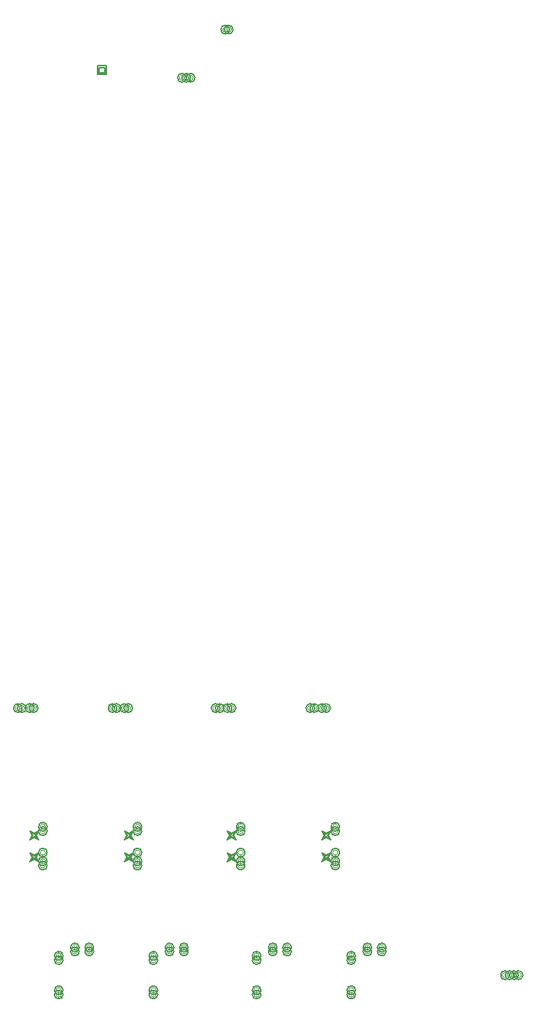
<source format=gbr>
%TF.GenerationSoftware,Altium Limited,Altium Designer,22.5.1 (42)*%
G04 Layer_Color=2752767*
%FSLAX26Y26*%
%MOIN*%
%TF.SameCoordinates,79F18A81-A5BF-4171-AD75-6FA3A7A6B408*%
%TF.FilePolarity,Positive*%
%TF.FileFunction,Drawing*%
%TF.Part,Single*%
G01*
G75*
%TA.AperFunction,NonConductor*%
%ADD174C,0.005000*%
%ADD175C,0.006667*%
%ADD176C,0.004000*%
D174*
X7737874Y4694567D02*
X7747874Y4714567D01*
X7737874Y4734567D01*
X7757874Y4724567D01*
X7777874Y4734567D01*
X7767874Y4714567D01*
X7777874Y4694567D01*
X7757874Y4704567D01*
X7737874Y4694567D01*
X7745874Y4702567D02*
X7751874Y4714567D01*
X7745874Y4726567D01*
X7757874Y4720567D01*
X7769874Y4726567D01*
X7763874Y4714567D01*
X7769874Y4702567D01*
X7757874Y4708567D01*
X7745874Y4702567D01*
X7737874Y4792992D02*
X7747874Y4812992D01*
X7737874Y4832992D01*
X7757874Y4822992D01*
X7777874Y4832992D01*
X7767874Y4812992D01*
X7777874Y4792992D01*
X7757874Y4802992D01*
X7737874Y4792992D01*
X7745874Y4800992D02*
X7751874Y4812992D01*
X7745874Y4824992D01*
X7757874Y4818992D01*
X7769874Y4824992D01*
X7763874Y4812992D01*
X7769874Y4800992D01*
X7757874Y4806992D01*
X7745874Y4800992D01*
X7304803Y4694567D02*
X7314803Y4714567D01*
X7304803Y4734567D01*
X7324803Y4724567D01*
X7344803Y4734567D01*
X7334803Y4714567D01*
X7344803Y4694567D01*
X7324803Y4704567D01*
X7304803Y4694567D01*
X7312803Y4702567D02*
X7318803Y4714567D01*
X7312803Y4726567D01*
X7324803Y4720567D01*
X7336803Y4726567D01*
X7330803Y4714567D01*
X7336803Y4702567D01*
X7324803Y4708567D01*
X7312803Y4702567D01*
X7304803Y4792992D02*
X7314803Y4812992D01*
X7304803Y4832992D01*
X7324803Y4822992D01*
X7344803Y4832992D01*
X7334803Y4812992D01*
X7344803Y4792992D01*
X7324803Y4802992D01*
X7304803Y4792992D01*
X7312803Y4800992D02*
X7318803Y4812992D01*
X7312803Y4824992D01*
X7324803Y4818992D01*
X7336803Y4824992D01*
X7330803Y4812992D01*
X7336803Y4800992D01*
X7324803Y4806992D01*
X7312803Y4800992D01*
X8210315Y4694567D02*
X8220315Y4714567D01*
X8210315Y4734567D01*
X8230315Y4724567D01*
X8250315Y4734567D01*
X8240315Y4714567D01*
X8250315Y4694567D01*
X8230315Y4704567D01*
X8210315Y4694567D01*
X8218315Y4702567D02*
X8224315Y4714567D01*
X8218315Y4726567D01*
X8230315Y4720567D01*
X8242315Y4726567D01*
X8236315Y4714567D01*
X8242315Y4702567D01*
X8230315Y4708567D01*
X8218315Y4702567D01*
X8210315Y4792992D02*
X8220315Y4812992D01*
X8210315Y4832992D01*
X8230315Y4822992D01*
X8250315Y4832992D01*
X8240315Y4812992D01*
X8250315Y4792992D01*
X8230315Y4802992D01*
X8210315Y4792992D01*
X8218315Y4800992D02*
X8224315Y4812992D01*
X8218315Y4824992D01*
X8230315Y4818992D01*
X8242315Y4824992D01*
X8236315Y4812992D01*
X8242315Y4800992D01*
X8230315Y4806992D01*
X8218315Y4800992D01*
X8643386Y4792992D02*
X8653386Y4812992D01*
X8643386Y4832992D01*
X8663386Y4822992D01*
X8683386Y4832992D01*
X8673386Y4812992D01*
X8683386Y4792992D01*
X8663386Y4802992D01*
X8643386Y4792992D01*
X8651386Y4800992D02*
X8657386Y4812992D01*
X8651386Y4824992D01*
X8663386Y4818992D01*
X8675386Y4824992D01*
X8669386Y4812992D01*
X8675386Y4800992D01*
X8663386Y4806992D01*
X8651386Y4800992D01*
X8643386Y4694567D02*
X8653386Y4714567D01*
X8643386Y4734567D01*
X8663386Y4724567D01*
X8683386Y4734567D01*
X8673386Y4714567D01*
X8683386Y4694567D01*
X8663386Y4704567D01*
X8643386Y4694567D01*
X8651386Y4702567D02*
X8657386Y4714567D01*
X8651386Y4726567D01*
X8663386Y4720567D01*
X8675386Y4726567D01*
X8669386Y4714567D01*
X8675386Y4702567D01*
X8663386Y4708567D01*
X8651386Y4702567D01*
X7615827Y8294961D02*
Y8334961D01*
X7655827D01*
Y8294961D01*
X7615827D01*
X7623827Y8302961D02*
Y8326961D01*
X7647827D01*
Y8302961D01*
X7623827D01*
D175*
X9562323Y4173228D02*
G03*
X9562323Y4173228I-20000J0D01*
G01*
X9520984D02*
G03*
X9520984Y4173228I-20000J0D01*
G01*
X9541654D02*
G03*
X9541654Y4173228I-20000J0D01*
G01*
X9500315D02*
G03*
X9500315Y4173228I-20000J0D01*
G01*
X8723740Y4734252D02*
G03*
X8723740Y4734252I-20000J0D01*
G01*
X8290669D02*
G03*
X8290669Y4734252I-20000J0D01*
G01*
X7818228D02*
G03*
X7818228Y4734252I-20000J0D01*
G01*
X7385158D02*
G03*
X7385158Y4734252I-20000J0D01*
G01*
X8235551Y8500984D02*
G03*
X8235551Y8500984I-20000J0D01*
G01*
X8219803D02*
G03*
X8219803Y8500984I-20000J0D01*
G01*
X8061339Y8280512D02*
G03*
X8061339Y8280512I-20000J0D01*
G01*
X8041654D02*
G03*
X8041654Y8280512I-20000J0D01*
G01*
X8021969D02*
G03*
X8021969Y8280512I-20000J0D01*
G01*
X8796575Y4104331D02*
G03*
X8796575Y4104331I-20000J0D01*
G01*
Y4084646D02*
G03*
X8796575Y4084646I-20000J0D01*
G01*
Y4261811D02*
G03*
X8796575Y4261811I-20000J0D01*
G01*
Y4242126D02*
G03*
X8796575Y4242126I-20000J0D01*
G01*
X8870394Y4281848D02*
G03*
X8870394Y4281848I-20000J0D01*
G01*
Y4299761D02*
G03*
X8870394Y4299761I-20000J0D01*
G01*
X8936339Y4281848D02*
G03*
X8936339Y4281848I-20000J0D01*
G01*
Y4299761D02*
G03*
X8936339Y4299761I-20000J0D01*
G01*
X8363504Y4104331D02*
G03*
X8363504Y4104331I-20000J0D01*
G01*
Y4084646D02*
G03*
X8363504Y4084646I-20000J0D01*
G01*
Y4261811D02*
G03*
X8363504Y4261811I-20000J0D01*
G01*
Y4242126D02*
G03*
X8363504Y4242126I-20000J0D01*
G01*
X8437323Y4281848D02*
G03*
X8437323Y4281848I-20000J0D01*
G01*
Y4299761D02*
G03*
X8437323Y4299761I-20000J0D01*
G01*
X8503268Y4281848D02*
G03*
X8503268Y4281848I-20000J0D01*
G01*
Y4299761D02*
G03*
X8503268Y4299761I-20000J0D01*
G01*
X7891063Y4104331D02*
G03*
X7891063Y4104331I-20000J0D01*
G01*
Y4084646D02*
G03*
X7891063Y4084646I-20000J0D01*
G01*
Y4261811D02*
G03*
X7891063Y4261811I-20000J0D01*
G01*
Y4242126D02*
G03*
X7891063Y4242126I-20000J0D01*
G01*
X7964882Y4281848D02*
G03*
X7964882Y4281848I-20000J0D01*
G01*
Y4299761D02*
G03*
X7964882Y4299761I-20000J0D01*
G01*
X8030827Y4281848D02*
G03*
X8030827Y4281848I-20000J0D01*
G01*
Y4299761D02*
G03*
X8030827Y4299761I-20000J0D01*
G01*
X7597756D02*
G03*
X7597756Y4299761I-20000J0D01*
G01*
Y4281848D02*
G03*
X7597756Y4281848I-20000J0D01*
G01*
X7531811Y4299761D02*
G03*
X7531811Y4299761I-20000J0D01*
G01*
Y4281848D02*
G03*
X7531811Y4281848I-20000J0D01*
G01*
X7457992Y4242126D02*
G03*
X7457992Y4242126I-20000J0D01*
G01*
Y4261811D02*
G03*
X7457992Y4261811I-20000J0D01*
G01*
Y4084646D02*
G03*
X7457992Y4084646I-20000J0D01*
G01*
Y4104331D02*
G03*
X7457992Y4104331I-20000J0D01*
G01*
X8723740Y4832677D02*
G03*
X8723740Y4832677I-20000J0D01*
G01*
Y4852362D02*
G03*
X8723740Y4852362I-20000J0D01*
G01*
Y4675197D02*
G03*
X8723740Y4675197I-20000J0D01*
G01*
Y4694882D02*
G03*
X8723740Y4694882I-20000J0D01*
G01*
X8609469Y5395669D02*
G03*
X8609469Y5395669I-20000J0D01*
G01*
X8627382D02*
G03*
X8627382Y5395669I-20000J0D01*
G01*
X8663701D02*
G03*
X8663701Y5395669I-20000J0D01*
G01*
X8681614D02*
G03*
X8681614Y5395669I-20000J0D01*
G01*
X8290669Y4832677D02*
G03*
X8290669Y4832677I-20000J0D01*
G01*
Y4852362D02*
G03*
X8290669Y4852362I-20000J0D01*
G01*
Y4675197D02*
G03*
X8290669Y4675197I-20000J0D01*
G01*
Y4694882D02*
G03*
X8290669Y4694882I-20000J0D01*
G01*
X8176398Y5395669D02*
G03*
X8176398Y5395669I-20000J0D01*
G01*
X8194311D02*
G03*
X8194311Y5395669I-20000J0D01*
G01*
X8230630D02*
G03*
X8230630Y5395669I-20000J0D01*
G01*
X8248543D02*
G03*
X8248543Y5395669I-20000J0D01*
G01*
X7818228Y4832677D02*
G03*
X7818228Y4832677I-20000J0D01*
G01*
Y4852362D02*
G03*
X7818228Y4852362I-20000J0D01*
G01*
Y4675197D02*
G03*
X7818228Y4675197I-20000J0D01*
G01*
Y4694882D02*
G03*
X7818228Y4694882I-20000J0D01*
G01*
X7703957Y5395669D02*
G03*
X7703957Y5395669I-20000J0D01*
G01*
X7721870D02*
G03*
X7721870Y5395669I-20000J0D01*
G01*
X7758189D02*
G03*
X7758189Y5395669I-20000J0D01*
G01*
X7776103D02*
G03*
X7776103Y5395669I-20000J0D01*
G01*
X7343032D02*
G03*
X7343032Y5395669I-20000J0D01*
G01*
X7325118D02*
G03*
X7325118Y5395669I-20000J0D01*
G01*
X7288799D02*
G03*
X7288799Y5395669I-20000J0D01*
G01*
X7270886D02*
G03*
X7270886Y5395669I-20000J0D01*
G01*
X7385158Y4694882D02*
G03*
X7385158Y4694882I-20000J0D01*
G01*
Y4675197D02*
G03*
X7385158Y4675197I-20000J0D01*
G01*
Y4852362D02*
G03*
X7385158Y4852362I-20000J0D01*
G01*
Y4832677D02*
G03*
X7385158Y4832677I-20000J0D01*
G01*
D176*
X9554323Y4173228D02*
G03*
X9554323Y4173228I-12000J0D01*
G01*
X9512984D02*
G03*
X9512984Y4173228I-12000J0D01*
G01*
X9533654D02*
G03*
X9533654Y4173228I-12000J0D01*
G01*
X9492315D02*
G03*
X9492315Y4173228I-12000J0D01*
G01*
X8715740Y4734252D02*
G03*
X8715740Y4734252I-12000J0D01*
G01*
X8282669D02*
G03*
X8282669Y4734252I-12000J0D01*
G01*
X7810228D02*
G03*
X7810228Y4734252I-12000J0D01*
G01*
X7377158D02*
G03*
X7377158Y4734252I-12000J0D01*
G01*
X8227551Y8500984D02*
G03*
X8227551Y8500984I-12000J0D01*
G01*
X8211803D02*
G03*
X8211803Y8500984I-12000J0D01*
G01*
X8053339Y8280512D02*
G03*
X8053339Y8280512I-12000J0D01*
G01*
X8033654D02*
G03*
X8033654Y8280512I-12000J0D01*
G01*
X8013969D02*
G03*
X8013969Y8280512I-12000J0D01*
G01*
X8788575Y4104331D02*
G03*
X8788575Y4104331I-12000J0D01*
G01*
Y4084646D02*
G03*
X8788575Y4084646I-12000J0D01*
G01*
Y4261811D02*
G03*
X8788575Y4261811I-12000J0D01*
G01*
Y4242126D02*
G03*
X8788575Y4242126I-12000J0D01*
G01*
X8862394Y4281848D02*
G03*
X8862394Y4281848I-12000J0D01*
G01*
Y4299761D02*
G03*
X8862394Y4299761I-12000J0D01*
G01*
X8928339Y4281848D02*
G03*
X8928339Y4281848I-12000J0D01*
G01*
Y4299761D02*
G03*
X8928339Y4299761I-12000J0D01*
G01*
X8355504Y4104331D02*
G03*
X8355504Y4104331I-12000J0D01*
G01*
Y4084646D02*
G03*
X8355504Y4084646I-12000J0D01*
G01*
Y4261811D02*
G03*
X8355504Y4261811I-12000J0D01*
G01*
Y4242126D02*
G03*
X8355504Y4242126I-12000J0D01*
G01*
X8429323Y4281848D02*
G03*
X8429323Y4281848I-12000J0D01*
G01*
Y4299761D02*
G03*
X8429323Y4299761I-12000J0D01*
G01*
X8495268Y4281848D02*
G03*
X8495268Y4281848I-12000J0D01*
G01*
Y4299761D02*
G03*
X8495268Y4299761I-12000J0D01*
G01*
X7883063Y4104331D02*
G03*
X7883063Y4104331I-12000J0D01*
G01*
Y4084646D02*
G03*
X7883063Y4084646I-12000J0D01*
G01*
Y4261811D02*
G03*
X7883063Y4261811I-12000J0D01*
G01*
Y4242126D02*
G03*
X7883063Y4242126I-12000J0D01*
G01*
X7956882Y4281848D02*
G03*
X7956882Y4281848I-12000J0D01*
G01*
Y4299761D02*
G03*
X7956882Y4299761I-12000J0D01*
G01*
X8022827Y4281848D02*
G03*
X8022827Y4281848I-12000J0D01*
G01*
Y4299761D02*
G03*
X8022827Y4299761I-12000J0D01*
G01*
X7589756D02*
G03*
X7589756Y4299761I-12000J0D01*
G01*
Y4281848D02*
G03*
X7589756Y4281848I-12000J0D01*
G01*
X7523811Y4299761D02*
G03*
X7523811Y4299761I-12000J0D01*
G01*
Y4281848D02*
G03*
X7523811Y4281848I-12000J0D01*
G01*
X7449992Y4242126D02*
G03*
X7449992Y4242126I-12000J0D01*
G01*
Y4261811D02*
G03*
X7449992Y4261811I-12000J0D01*
G01*
Y4084646D02*
G03*
X7449992Y4084646I-12000J0D01*
G01*
Y4104331D02*
G03*
X7449992Y4104331I-12000J0D01*
G01*
X8715740Y4832677D02*
G03*
X8715740Y4832677I-12000J0D01*
G01*
Y4852362D02*
G03*
X8715740Y4852362I-12000J0D01*
G01*
Y4675197D02*
G03*
X8715740Y4675197I-12000J0D01*
G01*
Y4694882D02*
G03*
X8715740Y4694882I-12000J0D01*
G01*
X8601469Y5395669D02*
G03*
X8601469Y5395669I-12000J0D01*
G01*
X8619382D02*
G03*
X8619382Y5395669I-12000J0D01*
G01*
X8655701D02*
G03*
X8655701Y5395669I-12000J0D01*
G01*
X8673614D02*
G03*
X8673614Y5395669I-12000J0D01*
G01*
X8282669Y4832677D02*
G03*
X8282669Y4832677I-12000J0D01*
G01*
Y4852362D02*
G03*
X8282669Y4852362I-12000J0D01*
G01*
Y4675197D02*
G03*
X8282669Y4675197I-12000J0D01*
G01*
Y4694882D02*
G03*
X8282669Y4694882I-12000J0D01*
G01*
X8168398Y5395669D02*
G03*
X8168398Y5395669I-12000J0D01*
G01*
X8186311D02*
G03*
X8186311Y5395669I-12000J0D01*
G01*
X8222630D02*
G03*
X8222630Y5395669I-12000J0D01*
G01*
X8240543D02*
G03*
X8240543Y5395669I-12000J0D01*
G01*
X7810228Y4832677D02*
G03*
X7810228Y4832677I-12000J0D01*
G01*
Y4852362D02*
G03*
X7810228Y4852362I-12000J0D01*
G01*
Y4675197D02*
G03*
X7810228Y4675197I-12000J0D01*
G01*
Y4694882D02*
G03*
X7810228Y4694882I-12000J0D01*
G01*
X7695957Y5395669D02*
G03*
X7695957Y5395669I-12000J0D01*
G01*
X7713870D02*
G03*
X7713870Y5395669I-12000J0D01*
G01*
X7750189D02*
G03*
X7750189Y5395669I-12000J0D01*
G01*
X7768103D02*
G03*
X7768103Y5395669I-12000J0D01*
G01*
X7335032D02*
G03*
X7335032Y5395669I-12000J0D01*
G01*
X7317118D02*
G03*
X7317118Y5395669I-12000J0D01*
G01*
X7280799D02*
G03*
X7280799Y5395669I-12000J0D01*
G01*
X7262886D02*
G03*
X7262886Y5395669I-12000J0D01*
G01*
X7377158Y4694882D02*
G03*
X7377158Y4694882I-12000J0D01*
G01*
Y4675197D02*
G03*
X7377158Y4675197I-12000J0D01*
G01*
Y4852362D02*
G03*
X7377158Y4852362I-12000J0D01*
G01*
Y4832677D02*
G03*
X7377158Y4832677I-12000J0D01*
G01*
%TF.MD5,12bec7125cc8fc2fe421a850186de436*%
M02*

</source>
